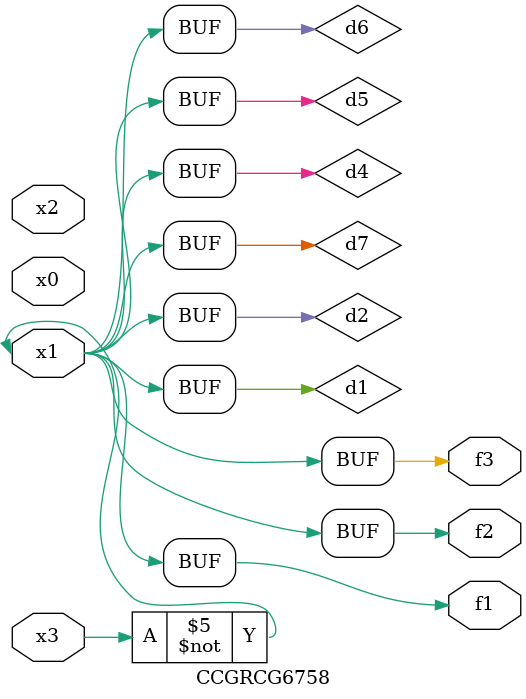
<source format=v>
module CCGRCG6758(
	input x0, x1, x2, x3,
	output f1, f2, f3
);

	wire d1, d2, d3, d4, d5, d6, d7;

	not (d1, x3);
	buf (d2, x1);
	xnor (d3, d1, d2);
	nor (d4, d1);
	buf (d5, d1, d2);
	buf (d6, d4, d5);
	nand (d7, d4);
	assign f1 = d6;
	assign f2 = d7;
	assign f3 = d6;
endmodule

</source>
